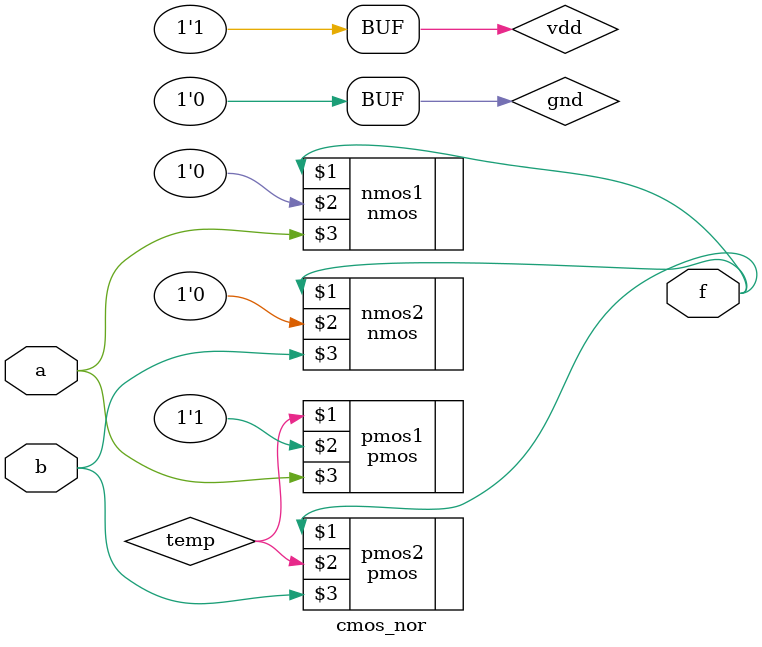
<source format=v>
`timescale 1ns / 1ps

module cmos_nor(
    input a,b,
    output f
    );
    supply1 vdd;
    supply0 gnd;
    wire temp;
    pmos pmos1(temp,vdd,a);
    pmos pmos2(f,temp,b);
    nmos nmos1(f,gnd,a);
    nmos nmos2(f,gnd,b);    
endmodule

</source>
